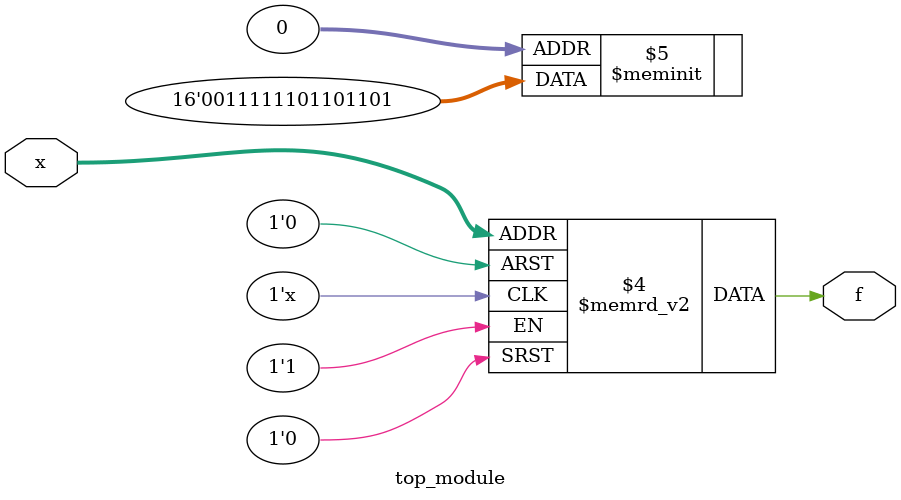
<source format=sv>
module top_module (
    input [4:1] x,
    output logic f
);

always_comb begin
    case (x)
        4'b0000: f = 1'b1;
        4'b0001: f = 1'b0;
        4'b0010: f = 1'b1;
        4'b0011: f = 1'b1;
        4'b0100: f = 1'b0;
        4'b0101: f = 1'b1;
        4'b0110: f = 1'b1;
        4'b0111: f = 1'b0;
        4'b1000: f = 1'b1;
        4'b1001: f = 1'b1;
        4'b1010: f = 1'b1;
        4'b1011: f = 1'b1;
        4'b1100: f = 1'b1;
        4'b1101: f = 1'b1;
        4'b1110: f = 1'b0;
        4'b1111: f = 1'b0;
    endcase
end

endmodule

</source>
